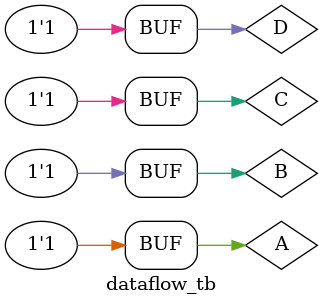
<source format=v>
module dataflow(A, B, C, D, E);
    input A, B, C, D;
    output E;
    assign E = A | (B & C) | (~B & D);
endmodule

module dataflow_tb();
    reg A, B, C, D;
    wire E;

    dataflow EX(.A(A), .B(B), .C(C), .D(D), .E(E));

    initial begin
        $dumpfile("data.vcd");
        $dumpvars(0, dataflow_tb);
        A=0; B=0; C=0; D=0; #10;
        A=0; B=0; C=0; D=1; #10;
        A=0; B=0; C=1; D=0; #10;
        A=0; B=0; C=1; D=1; #10;
        A=0; B=1; C=0; D=0; #10;
        A=0; B=1; C=0; D=1; #10;
        A=0; B=1; C=1; D=0; #10;
        A=0; B=1; C=1; D=1; #10;
        A=1; B=0; C=0; D=0; #10;
        A=1; B=0; C=0; D=1; #10;
        A=1; B=0; C=1; D=0; #10;
        A=1; B=0; C=1; D=1; #10;
        A=1; B=1; C=0; D=0; #10;
        A=1; B=1; C=0; D=1; #10;
        A=1; B=1; C=1; D=0; #10;
        A=1; B=1; C=1; D=1; #10;
    end
endmodule

</source>
